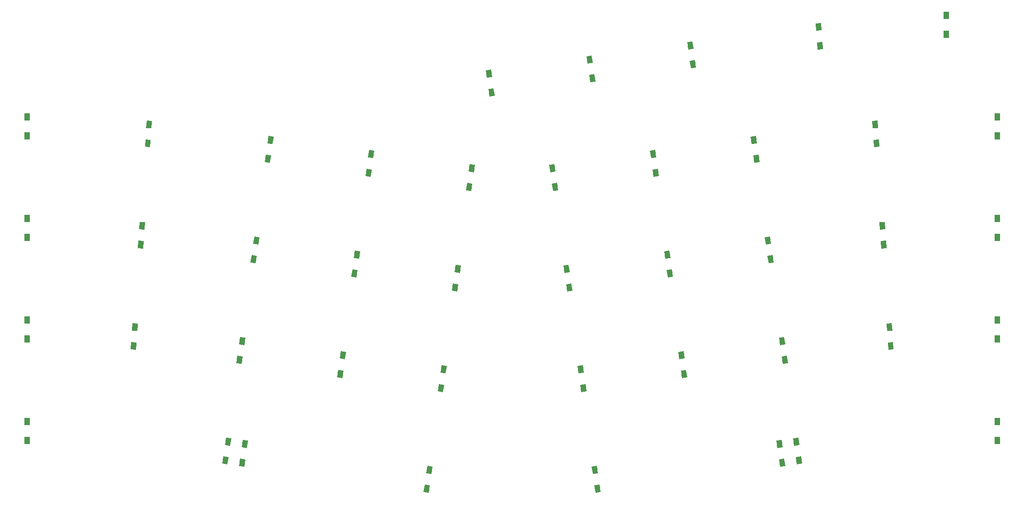
<source format=gbr>
G04 #@! TF.GenerationSoftware,KiCad,Pcbnew,(5.1.4)-1*
G04 #@! TF.CreationDate,2021-09-15T23:15:30-10:00*
G04 #@! TF.ProjectId,oya38split,6f796133-3873-4706-9c69-742e6b696361,rev?*
G04 #@! TF.SameCoordinates,Original*
G04 #@! TF.FileFunction,Paste,Top*
G04 #@! TF.FilePolarity,Positive*
%FSLAX46Y46*%
G04 Gerber Fmt 4.6, Leading zero omitted, Abs format (unit mm)*
G04 Created by KiCad (PCBNEW (5.1.4)-1) date 2021-09-15 23:15:30*
%MOMM*%
%LPD*%
G04 APERTURE LIST*
%ADD10R,1.000000X1.400000*%
%ADD11C,1.000000*%
%ADD12C,0.100000*%
G04 APERTURE END LIST*
D10*
X237331250Y-36325000D03*
X237331250Y-39875000D03*
D11*
X213661903Y-42011868D03*
D12*
G36*
X214209515Y-42675285D02*
G01*
X213211951Y-42745041D01*
X213114291Y-41348451D01*
X214111855Y-41278695D01*
X214209515Y-42675285D01*
X214209515Y-42675285D01*
G37*
D11*
X213414267Y-38470516D03*
D12*
G36*
X213961879Y-39133933D02*
G01*
X212964315Y-39203689D01*
X212866655Y-37807099D01*
X213864219Y-37737343D01*
X213961879Y-39133933D01*
X213961879Y-39133933D01*
G37*
D11*
X189351072Y-41939463D03*
D12*
G36*
X189943627Y-42563064D02*
G01*
X188953359Y-42702237D01*
X188758517Y-41315862D01*
X189748785Y-41176689D01*
X189943627Y-42563064D01*
X189943627Y-42563064D01*
G37*
D11*
X189845136Y-45454915D03*
D12*
G36*
X190437691Y-46078516D02*
G01*
X189447423Y-46217689D01*
X189252581Y-44831314D01*
X190242849Y-44692141D01*
X190437691Y-46078516D01*
X190437691Y-46078516D01*
G37*
D11*
X170486465Y-44590711D03*
D12*
G36*
X171079020Y-45214312D02*
G01*
X170088752Y-45353485D01*
X169893910Y-43967110D01*
X170884178Y-43827937D01*
X171079020Y-45214312D01*
X171079020Y-45214312D01*
G37*
D11*
X170980529Y-48106163D03*
D12*
G36*
X171573084Y-48729764D02*
G01*
X170582816Y-48868937D01*
X170387974Y-47482562D01*
X171378242Y-47343389D01*
X171573084Y-48729764D01*
X171573084Y-48729764D01*
G37*
D11*
X151621858Y-47241958D03*
D12*
G36*
X152214413Y-47865559D02*
G01*
X151224145Y-48004732D01*
X151029303Y-46618357D01*
X152019571Y-46479184D01*
X152214413Y-47865559D01*
X152214413Y-47865559D01*
G37*
D11*
X152115922Y-50757410D03*
D12*
G36*
X152708477Y-51381011D02*
G01*
X151718209Y-51520184D01*
X151523367Y-50133809D01*
X152513635Y-49994636D01*
X152708477Y-51381011D01*
X152708477Y-51381011D01*
G37*
D10*
X246856250Y-112525000D03*
X246856250Y-116075000D03*
D11*
X209202944Y-116273873D03*
D12*
G36*
X209795499Y-116897474D02*
G01*
X208805231Y-117036647D01*
X208610389Y-115650272D01*
X209600657Y-115511099D01*
X209795499Y-116897474D01*
X209795499Y-116897474D01*
G37*
D11*
X209697008Y-119789325D03*
D12*
G36*
X210289563Y-120412926D02*
G01*
X209299295Y-120552099D01*
X209104453Y-119165724D01*
X210094721Y-119026551D01*
X210289563Y-120412926D01*
X210289563Y-120412926D01*
G37*
D11*
X206058842Y-116715748D03*
D12*
G36*
X206651397Y-117339349D02*
G01*
X205661129Y-117478522D01*
X205466287Y-116092147D01*
X206456555Y-115952974D01*
X206651397Y-117339349D01*
X206651397Y-117339349D01*
G37*
D11*
X206552906Y-120231200D03*
D12*
G36*
X207145461Y-120854801D02*
G01*
X206155193Y-120993974D01*
X205960351Y-119607599D01*
X206950619Y-119468426D01*
X207145461Y-120854801D01*
X207145461Y-120854801D01*
G37*
D11*
X171473729Y-121576369D03*
D12*
G36*
X172066284Y-122199970D02*
G01*
X171076016Y-122339143D01*
X170881174Y-120952768D01*
X171871442Y-120813595D01*
X172066284Y-122199970D01*
X172066284Y-122199970D01*
G37*
D11*
X171967793Y-125091821D03*
D12*
G36*
X172560348Y-125715422D02*
G01*
X171570080Y-125854595D01*
X171375238Y-124468220D01*
X172365506Y-124329047D01*
X172560348Y-125715422D01*
X172560348Y-125715422D01*
G37*
D11*
X140470021Y-121576369D03*
D12*
G36*
X140867734Y-122339143D02*
G01*
X139877466Y-122199970D01*
X140072308Y-120813595D01*
X141062576Y-120952768D01*
X140867734Y-122339143D01*
X140867734Y-122339143D01*
G37*
D11*
X139975957Y-125091821D03*
D12*
G36*
X140373670Y-125854595D02*
G01*
X139383402Y-125715422D01*
X139578244Y-124329047D01*
X140568512Y-124468220D01*
X140373670Y-125854595D01*
X140373670Y-125854595D01*
G37*
D11*
X105884908Y-116715748D03*
D12*
G36*
X106282621Y-117478522D02*
G01*
X105292353Y-117339349D01*
X105487195Y-115952974D01*
X106477463Y-116092147D01*
X106282621Y-117478522D01*
X106282621Y-117478522D01*
G37*
D11*
X105390844Y-120231200D03*
D12*
G36*
X105788557Y-120993974D02*
G01*
X104798289Y-120854801D01*
X104993131Y-119468426D01*
X105983399Y-119607599D01*
X105788557Y-120993974D01*
X105788557Y-120993974D01*
G37*
D11*
X102740806Y-116273873D03*
D12*
G36*
X103138519Y-117036647D02*
G01*
X102148251Y-116897474D01*
X102343093Y-115511099D01*
X103333361Y-115650272D01*
X103138519Y-117036647D01*
X103138519Y-117036647D01*
G37*
D11*
X102246742Y-119789325D03*
D12*
G36*
X102644455Y-120552099D02*
G01*
X101654187Y-120412926D01*
X101849029Y-119026551D01*
X102839297Y-119165724D01*
X102644455Y-120552099D01*
X102644455Y-120552099D01*
G37*
D10*
X65087500Y-112525000D03*
X65087500Y-116075000D03*
X246856250Y-93475000D03*
X246856250Y-97025000D03*
D11*
X226649378Y-94780361D03*
D12*
G36*
X227196990Y-95443778D02*
G01*
X226199426Y-95513534D01*
X226101766Y-94116944D01*
X227099330Y-94047188D01*
X227196990Y-95443778D01*
X227196990Y-95443778D01*
G37*
D11*
X226897014Y-98321713D03*
D12*
G36*
X227444626Y-98985130D02*
G01*
X226447062Y-99054886D01*
X226349402Y-97658296D01*
X227346966Y-97588540D01*
X227444626Y-98985130D01*
X227444626Y-98985130D01*
G37*
D11*
X206551696Y-97409267D03*
D12*
G36*
X207144251Y-98032868D02*
G01*
X206153983Y-98172041D01*
X205959141Y-96785666D01*
X206949409Y-96646493D01*
X207144251Y-98032868D01*
X207144251Y-98032868D01*
G37*
D11*
X207045760Y-100924719D03*
D12*
G36*
X207638315Y-101548320D02*
G01*
X206648047Y-101687493D01*
X206453205Y-100301118D01*
X207443473Y-100161945D01*
X207638315Y-101548320D01*
X207638315Y-101548320D01*
G37*
D11*
X187687089Y-100060514D03*
D12*
G36*
X188279644Y-100684115D02*
G01*
X187289376Y-100823288D01*
X187094534Y-99436913D01*
X188084802Y-99297740D01*
X188279644Y-100684115D01*
X188279644Y-100684115D01*
G37*
D11*
X188181153Y-103575966D03*
D12*
G36*
X188773708Y-104199567D02*
G01*
X187783440Y-104338740D01*
X187588598Y-102952365D01*
X188578866Y-102813192D01*
X188773708Y-104199567D01*
X188773708Y-104199567D01*
G37*
D11*
X168822483Y-102711761D03*
D12*
G36*
X169415038Y-103335362D02*
G01*
X168424770Y-103474535D01*
X168229928Y-102088160D01*
X169220196Y-101948987D01*
X169415038Y-103335362D01*
X169415038Y-103335362D01*
G37*
D11*
X169316547Y-106227213D03*
D12*
G36*
X169909102Y-106850814D02*
G01*
X168918834Y-106989987D01*
X168723992Y-105603612D01*
X169714260Y-105464439D01*
X169909102Y-106850814D01*
X169909102Y-106850814D01*
G37*
D11*
X142627203Y-106227213D03*
D12*
G36*
X143024916Y-106989987D02*
G01*
X142034648Y-106850814D01*
X142229490Y-105464439D01*
X143219758Y-105603612D01*
X143024916Y-106989987D01*
X143024916Y-106989987D01*
G37*
D11*
X143121267Y-102711761D03*
D12*
G36*
X143518980Y-103474535D02*
G01*
X142528712Y-103335362D01*
X142723554Y-101948987D01*
X143713822Y-102088160D01*
X143518980Y-103474535D01*
X143518980Y-103474535D01*
G37*
D11*
X123762597Y-103575966D03*
D12*
G36*
X124160310Y-104338740D02*
G01*
X123170042Y-104199567D01*
X123364884Y-102813192D01*
X124355152Y-102952365D01*
X124160310Y-104338740D01*
X124160310Y-104338740D01*
G37*
D11*
X124256661Y-100060514D03*
D12*
G36*
X124654374Y-100823288D02*
G01*
X123664106Y-100684115D01*
X123858948Y-99297740D01*
X124849216Y-99436913D01*
X124654374Y-100823288D01*
X124654374Y-100823288D01*
G37*
D11*
X105392054Y-97409267D03*
D12*
G36*
X105789767Y-98172041D02*
G01*
X104799499Y-98032868D01*
X104994341Y-96646493D01*
X105984609Y-96785666D01*
X105789767Y-98172041D01*
X105789767Y-98172041D01*
G37*
D11*
X104897990Y-100924719D03*
D12*
G36*
X105295703Y-101687493D02*
G01*
X104305435Y-101548320D01*
X104500277Y-100161945D01*
X105490545Y-100301118D01*
X105295703Y-101687493D01*
X105295703Y-101687493D01*
G37*
D11*
X85294372Y-94780361D03*
D12*
G36*
X85744324Y-95513534D02*
G01*
X84746760Y-95443778D01*
X84844420Y-94047188D01*
X85841984Y-94116944D01*
X85744324Y-95513534D01*
X85744324Y-95513534D01*
G37*
D11*
X85046736Y-98321713D03*
D12*
G36*
X85496688Y-99054886D02*
G01*
X84499124Y-98985130D01*
X84596784Y-97588540D01*
X85594348Y-97658296D01*
X85496688Y-99054886D01*
X85496688Y-99054886D01*
G37*
D10*
X65087500Y-93475000D03*
X65087500Y-97025000D03*
X246856250Y-74425000D03*
X246856250Y-77975000D03*
D11*
X225320517Y-75776766D03*
D12*
G36*
X225868129Y-76440183D02*
G01*
X224870565Y-76509939D01*
X224772905Y-75113349D01*
X225770469Y-75043593D01*
X225868129Y-76440183D01*
X225868129Y-76440183D01*
G37*
D11*
X225568153Y-79318118D03*
D12*
G36*
X226115765Y-79981535D02*
G01*
X225118201Y-80051291D01*
X225020541Y-78654701D01*
X226018105Y-78584945D01*
X226115765Y-79981535D01*
X226115765Y-79981535D01*
G37*
D11*
X203900448Y-78544660D03*
D12*
G36*
X204493003Y-79168261D02*
G01*
X203502735Y-79307434D01*
X203307893Y-77921059D01*
X204298161Y-77781886D01*
X204493003Y-79168261D01*
X204493003Y-79168261D01*
G37*
D11*
X204394512Y-82060112D03*
D12*
G36*
X204987067Y-82683713D02*
G01*
X203996799Y-82822886D01*
X203801957Y-81436511D01*
X204792225Y-81297338D01*
X204987067Y-82683713D01*
X204987067Y-82683713D01*
G37*
D11*
X185035841Y-81195907D03*
D12*
G36*
X185628396Y-81819508D02*
G01*
X184638128Y-81958681D01*
X184443286Y-80572306D01*
X185433554Y-80433133D01*
X185628396Y-81819508D01*
X185628396Y-81819508D01*
G37*
D11*
X185529905Y-84711359D03*
D12*
G36*
X186122460Y-85334960D02*
G01*
X185132192Y-85474133D01*
X184937350Y-84087758D01*
X185927618Y-83948585D01*
X186122460Y-85334960D01*
X186122460Y-85334960D01*
G37*
D11*
X166171235Y-83847154D03*
D12*
G36*
X166763790Y-84470755D02*
G01*
X165773522Y-84609928D01*
X165578680Y-83223553D01*
X166568948Y-83084380D01*
X166763790Y-84470755D01*
X166763790Y-84470755D01*
G37*
D11*
X166665299Y-87362606D03*
D12*
G36*
X167257854Y-87986207D02*
G01*
X166267586Y-88125380D01*
X166072744Y-86739005D01*
X167063012Y-86599832D01*
X167257854Y-87986207D01*
X167257854Y-87986207D01*
G37*
D11*
X145772515Y-83847154D03*
D12*
G36*
X146170228Y-84609928D02*
G01*
X145179960Y-84470755D01*
X145374802Y-83084380D01*
X146365070Y-83223553D01*
X146170228Y-84609928D01*
X146170228Y-84609928D01*
G37*
D11*
X145278451Y-87362606D03*
D12*
G36*
X145676164Y-88125380D02*
G01*
X144685896Y-87986207D01*
X144880738Y-86599832D01*
X145871006Y-86739005D01*
X145676164Y-88125380D01*
X145676164Y-88125380D01*
G37*
D11*
X126907909Y-81195907D03*
D12*
G36*
X127305622Y-81958681D02*
G01*
X126315354Y-81819508D01*
X126510196Y-80433133D01*
X127500464Y-80572306D01*
X127305622Y-81958681D01*
X127305622Y-81958681D01*
G37*
D11*
X126413845Y-84711359D03*
D12*
G36*
X126811558Y-85474133D02*
G01*
X125821290Y-85334960D01*
X126016132Y-83948585D01*
X127006400Y-84087758D01*
X126811558Y-85474133D01*
X126811558Y-85474133D01*
G37*
D11*
X108043302Y-78544660D03*
D12*
G36*
X108441015Y-79307434D02*
G01*
X107450747Y-79168261D01*
X107645589Y-77781886D01*
X108635857Y-77921059D01*
X108441015Y-79307434D01*
X108441015Y-79307434D01*
G37*
D11*
X107549238Y-82060112D03*
D12*
G36*
X107946951Y-82822886D02*
G01*
X106956683Y-82683713D01*
X107151525Y-81297338D01*
X108141793Y-81436511D01*
X107946951Y-82822886D01*
X107946951Y-82822886D01*
G37*
D11*
X86623233Y-75776766D03*
D12*
G36*
X87073185Y-76509939D02*
G01*
X86075621Y-76440183D01*
X86173281Y-75043593D01*
X87170845Y-75113349D01*
X87073185Y-76509939D01*
X87073185Y-76509939D01*
G37*
D11*
X86375597Y-79318118D03*
D12*
G36*
X86825549Y-80051291D02*
G01*
X85827985Y-79981535D01*
X85925645Y-78584945D01*
X86923209Y-78654701D01*
X86825549Y-80051291D01*
X86825549Y-80051291D01*
G37*
D10*
X65087500Y-74425000D03*
X65087500Y-77975000D03*
X246856250Y-55375000D03*
X246856250Y-58925000D03*
D11*
X223991657Y-56773171D03*
D12*
G36*
X224539269Y-57436588D02*
G01*
X223541705Y-57506344D01*
X223444045Y-56109754D01*
X224441609Y-56039998D01*
X224539269Y-57436588D01*
X224539269Y-57436588D01*
G37*
D11*
X224239293Y-60314523D03*
D12*
G36*
X224786905Y-60977940D02*
G01*
X223789341Y-61047696D01*
X223691681Y-59651106D01*
X224689245Y-59581350D01*
X224786905Y-60977940D01*
X224786905Y-60977940D01*
G37*
D11*
X201249200Y-59680052D03*
D12*
G36*
X201841755Y-60303653D02*
G01*
X200851487Y-60442826D01*
X200656645Y-59056451D01*
X201646913Y-58917278D01*
X201841755Y-60303653D01*
X201841755Y-60303653D01*
G37*
D11*
X201743264Y-63195504D03*
D12*
G36*
X202335819Y-63819105D02*
G01*
X201345551Y-63958278D01*
X201150709Y-62571903D01*
X202140977Y-62432730D01*
X202335819Y-63819105D01*
X202335819Y-63819105D01*
G37*
D11*
X182384594Y-62331300D03*
D12*
G36*
X182977149Y-62954901D02*
G01*
X181986881Y-63094074D01*
X181792039Y-61707699D01*
X182782307Y-61568526D01*
X182977149Y-62954901D01*
X182977149Y-62954901D01*
G37*
D11*
X182878658Y-65846752D03*
D12*
G36*
X183471213Y-66470353D02*
G01*
X182480945Y-66609526D01*
X182286103Y-65223151D01*
X183276371Y-65083978D01*
X183471213Y-66470353D01*
X183471213Y-66470353D01*
G37*
D11*
X163519987Y-64982548D03*
D12*
G36*
X164112542Y-65606149D02*
G01*
X163122274Y-65745322D01*
X162927432Y-64358947D01*
X163917700Y-64219774D01*
X164112542Y-65606149D01*
X164112542Y-65606149D01*
G37*
D11*
X164014051Y-68498000D03*
D12*
G36*
X164606606Y-69121601D02*
G01*
X163616338Y-69260774D01*
X163421496Y-67874399D01*
X164411764Y-67735226D01*
X164606606Y-69121601D01*
X164606606Y-69121601D01*
G37*
D11*
X148423763Y-64982548D03*
D12*
G36*
X148821476Y-65745322D02*
G01*
X147831208Y-65606149D01*
X148026050Y-64219774D01*
X149016318Y-64358947D01*
X148821476Y-65745322D01*
X148821476Y-65745322D01*
G37*
D11*
X147929699Y-68498000D03*
D12*
G36*
X148327412Y-69260774D02*
G01*
X147337144Y-69121601D01*
X147531986Y-67735226D01*
X148522254Y-67874399D01*
X148327412Y-69260774D01*
X148327412Y-69260774D01*
G37*
D11*
X129559156Y-62331300D03*
D12*
G36*
X129956869Y-63094074D02*
G01*
X128966601Y-62954901D01*
X129161443Y-61568526D01*
X130151711Y-61707699D01*
X129956869Y-63094074D01*
X129956869Y-63094074D01*
G37*
D11*
X129065092Y-65846752D03*
D12*
G36*
X129462805Y-66609526D02*
G01*
X128472537Y-66470353D01*
X128667379Y-65083978D01*
X129657647Y-65223151D01*
X129462805Y-66609526D01*
X129462805Y-66609526D01*
G37*
D11*
X110694550Y-59680052D03*
D12*
G36*
X111092263Y-60442826D02*
G01*
X110101995Y-60303653D01*
X110296837Y-58917278D01*
X111287105Y-59056451D01*
X111092263Y-60442826D01*
X111092263Y-60442826D01*
G37*
D11*
X110200486Y-63195504D03*
D12*
G36*
X110598199Y-63958278D02*
G01*
X109607931Y-63819105D01*
X109802773Y-62432730D01*
X110793041Y-62571903D01*
X110598199Y-63958278D01*
X110598199Y-63958278D01*
G37*
D11*
X87704457Y-60314523D03*
D12*
G36*
X88154409Y-61047696D02*
G01*
X87156845Y-60977940D01*
X87254505Y-59581350D01*
X88252069Y-59651106D01*
X88154409Y-61047696D01*
X88154409Y-61047696D01*
G37*
D11*
X87952093Y-56773171D03*
D12*
G36*
X88402045Y-57506344D02*
G01*
X87404481Y-57436588D01*
X87502141Y-56039998D01*
X88499705Y-56109754D01*
X88402045Y-57506344D01*
X88402045Y-57506344D01*
G37*
D10*
X65087500Y-58925000D03*
X65087500Y-55375000D03*
M02*

</source>
